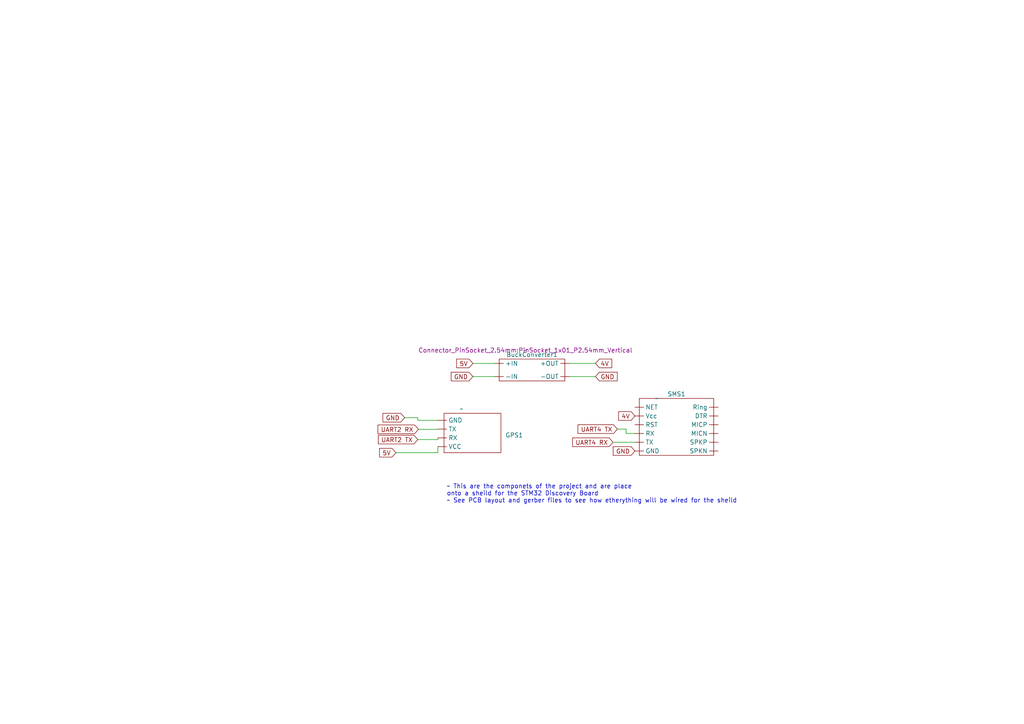
<source format=kicad_sch>
(kicad_sch (version 20230121) (generator eeschema)
  (paper "A4")
  (title_block (title "STM32 GPS Shield ") (company "University of Denver ") (comment 1 "Richtie School of Enginnering & Coumputer Science") (comment 2 "Embedded Systems "))
  (lib_symbols
    (symbol "SpringIntegrationkicad_sym:ATTIP_Buck_Converter"
      (property "Reference" "BuckConverter" (at 2.54 -1.27 0))
      (symbol "ATTIP_Buck_Converter_0_1"
        (rectangle (start -7.62 -2.54) (end 11.43 -8.89))
      )
      (symbol "ATTIP_Buck_Converter_1_1"
        (pin input line (at -8.89 -3.81 0) (length 2.54) (name "+IN") (number ""))
        (pin output line (at 12.7 -3.81 180) (length 2.54) (name "+OUT") (number ""))
        (pin input line (at -8.89 -7.62 0) (length 2.54) (name "-IN") (number ""))
        (pin output line (at 12.7 -7.62 180) (length 2.54) (name "-OUT") (number ""))
      )
    )
    (symbol "SpringIntegrationkicad_sym:GPS_HW-248_"
      (property "Reference" "GPS" (at 2.54 0 0))
      (symbol "GPS_HW-248__0_1"
        (rectangle (start -5.08 -1.27) (end 11.43 -12.7))
      )
      (symbol "GPS_HW-248__1_1"
        (pin input line (at -6.8674 -3.317 0) (length 2.54) (name "GND") (number ""))
        (pin output line (at -6.8674 -8.397 0) (length 2.54) (name "RX") (number ""))
        (pin output line (at -6.8674 -5.857 0) (length 2.54) (name "TX") (number ""))
        (pin input line (at -6.8674 -10.937 0) (length 2.54) (name "VCC") (number ""))
      )
    )
    (symbol "SpringIntegrationkicad_sym:SMS_SIM800L"
      (property "Reference" "SMS" (at 5.08 1.27 0))
      (symbol "SMS_SIM800L_0_1"
        (rectangle (start -5.08 0) (end 16.51 -16.51))
      )
      (symbol "SMS_SIM800L_1_1"
        (pin input line (at 17.78 -5.08 180) (length 2.54) (name "DTR") (number ""))
        (pin input line (at -6.35 -15.24 0) (length 2.54) (name "GND") (number ""))
        (pin input line (at 17.78 -10.16 180) (length 2.54) (name "MICN") (number ""))
        (pin input line (at 17.78 -7.62 180) (length 2.54) (name "MICP") (number ""))
        (pin input line (at -6.35 -2.54 0) (length 2.54) (name "NET") (number ""))
        (pin input line (at -6.35 -7.62 0) (length 2.54) (name "RST") (number ""))
        (pin input line (at -6.35 -10.16 0) (length 2.54) (name "RX") (number ""))
        (pin input line (at 17.78 -2.54 180) (length 2.54) (name "Ring") (number ""))
        (pin input line (at 17.78 -15.24 180) (length 2.54) (name "SPKN") (number ""))
        (pin input line (at 17.78 -12.7 180) (length 2.54) (name "SPKP") (number ""))
        (pin input line (at -6.35 -12.7 0) (length 2.54) (name "TX") (number ""))
        (pin input line (at -6.35 -5.08 0) (length 2.54) (name "Vcc") (number ""))
      )
    )
  )
  (wire (pts (xy 127 131.303) (xy 127 129.54)))
  (wire (pts (xy 114.8174 131.303) (xy 127 131.303)))
  (wire (pts (xy 179.07 124.46) (xy 181.61 124.46)))
  (wire (pts (xy 121.1674 127.493) (xy 127 127.493)))
  (wire (pts (xy 181.61 124.46) (xy 181.61 125.73)))
  (wire (pts (xy 181.61 125.73) (xy 184.15 125.73)))
  (wire (pts (xy 127 124.5205) (xy 127 124.46)))
  (wire (pts (xy 172.72 105.41) (xy 165.1 105.41)))
  (wire (pts (xy 172.72 109.22) (xy 165.1 109.22)))
  (wire (pts (xy 121.3624 124.5205) (xy 127 124.5205)))
  (wire (pts (xy 177.8 128.27) (xy 184.15 128.27)))
  (wire (pts (xy 137.16 109.22) (xy 143.51 109.22)))
  (wire (pts (xy 127 127.493) (xy 127 127)))
  (wire (pts (xy 117.3574 121.143) (xy 121.1674 121.143)))
  (wire (pts (xy 121.1674 121.92) (xy 127 121.92)))
  (wire (pts (xy 121.1674 121.143) (xy 121.1674 121.92)))
  (wire (pts (xy 137.16 105.41) (xy 143.51 105.41)))
  (text "~ This are the componets of the project and are place\nonto a sheild for the STM32 Discovery Board \n~ See PCB layout and gerber files to see how etherything will be wired for the sheild" (at 129.54 146.05 0) (effects (font (size 1.27 1.27)) (justify left bottom)))
  (global_label "5V" (shape input) (at 137.16 105.41 180) (property "Intersheetrefs" "${INTERSHEET_REFS}" (effects hide)))
  (global_label "GND" (shape input) (at 172.72 109.22 0) (property "Intersheetrefs" "${INTERSHEET_REFS}" (effects hide)))
  (global_label "4V" (shape input) (at 184.15 120.65 180) (property "Intersheetrefs" "${INTERSHEET_REFS}" (effects hide)))
  (global_label "UART2 RX" (shape input) (at 121.3624 124.5205 180) (property "Intersheetrefs" "${INTERSHEET_REFS}" (effects hide)))
  (global_label "5V" (shape input) (at 114.8174 131.303 180) (property "Intersheetrefs" "${INTERSHEET_REFS}" (effects hide)))
  (global_label "UART4 TX" (shape input) (at 179.07 124.46 180) (property "Intersheetrefs" "${INTERSHEET_REFS}" (effects hide)))
  (global_label "GND" (shape input) (at 184.15 130.81 180) (property "Intersheetrefs" "${INTERSHEET_REFS}" (effects hide)))
  (global_label "UART2 TX" (shape input) (at 121.1674 127.493 180) (property "Intersheetrefs" "${INTERSHEET_REFS}" (effects hide)))
  (global_label "GND" (shape input) (at 117.3574 121.143 180) (property "Intersheetrefs" "${INTERSHEET_REFS}" (effects hide)))
  (global_label "GND" (shape input) (at 137.16 109.22 180) (property "Intersheetrefs" "${INTERSHEET_REFS}" (effects hide)))
  (global_label "4V" (shape input) (at 172.72 105.41 0) (property "Intersheetrefs" "${INTERSHEET_REFS}" (effects hide)))
  (global_label "UART4 RX" (shape input) (at 177.8 128.27 180) (property "Intersheetrefs" "${INTERSHEET_REFS}" (effects hide)))
  (symbol (lib_id "SpringIntegrationkicad_sym:SMS_SIM800L") (at 190.5 115.57 0) (unit 1)
    (property "Reference" "SMS1" (at 196.215 114.3 0))
    (property "Value" "~" (at 190.5 115.57 0))
    (property "Footprint" "Connector_PinSocket_2.54mm:PinSocket_1x06_P2.54mm_Vertical" (effects hide))
  )
  (symbol (lib_id "SpringIntegrationkicad_sym:GPS_HW-248_") (at 133.8674 118.603 0) (unit 1)
    (property "Reference" "GPS1" (at 146.5674 126.223 0) (effects (justify left)))
    (property "Value" "~" (at 133.8674 118.603 0))
    (property "Footprint" "Connector_PinSocket_2.54mm:PinSocket_1x04_P2.54mm_Vertical" (effects hide))
  )
  (symbol (lib_id "SpringIntegrationkicad_sym:ATTIP_Buck_Converter") (at 152.4 101.6 0) (unit 1)
    (property "Reference" "BuckConverter1" (at 154.305 102.87 0))
    (property "Value" "~" (at 152.4 101.6 0))
    (property "Footprint" "Connector_PinSocket_2.54mm:PinSocket_1x01_P2.54mm_Vertical" (at 152.4 101.6 0))
  )
)
</source>
